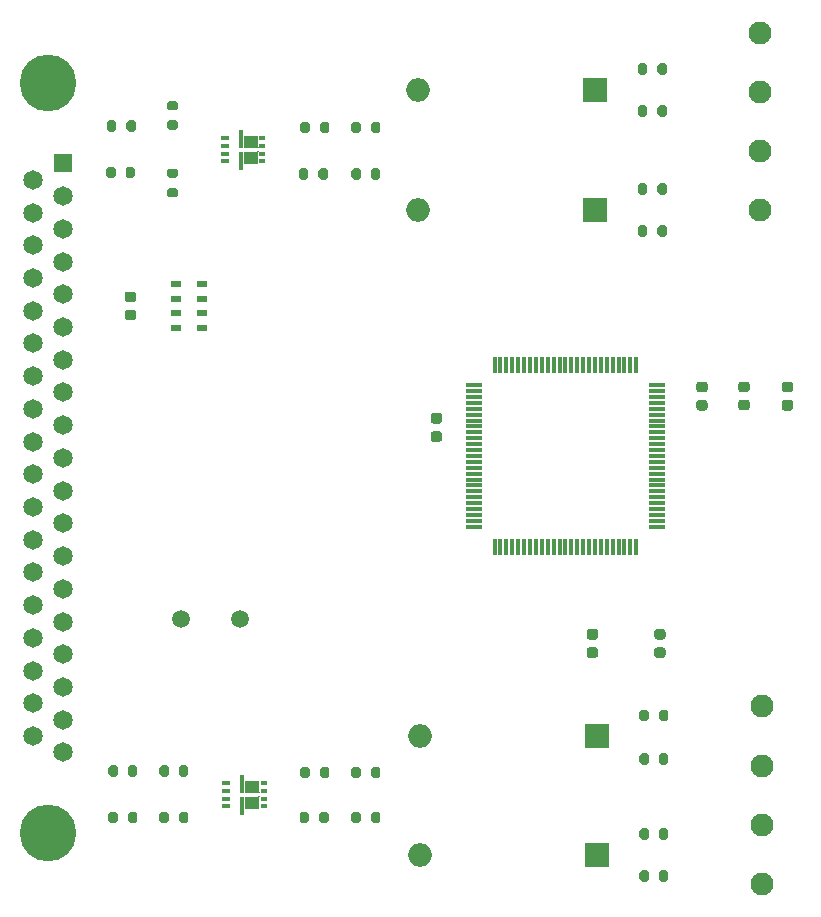
<source format=gbr>
%TF.GenerationSoftware,KiCad,Pcbnew,(5.1.10)-1*%
%TF.CreationDate,2021-11-30T13:01:00-06:00*%
%TF.ProjectId,Charges_KiCAD_Project,43686172-6765-4735-9f4b-694341445f50,rev?*%
%TF.SameCoordinates,Original*%
%TF.FileFunction,Soldermask,Top*%
%TF.FilePolarity,Negative*%
%FSLAX46Y46*%
G04 Gerber Fmt 4.6, Leading zero omitted, Abs format (unit mm)*
G04 Created by KiCad (PCBNEW (5.1.10)-1) date 2021-11-30 13:01:00*
%MOMM*%
%LPD*%
G01*
G04 APERTURE LIST*
%ADD10R,0.950000X0.550000*%
%ADD11R,0.160000X0.065000*%
%ADD12R,1.310000X1.010000*%
%ADD13R,0.430000X1.510000*%
%ADD14R,0.090000X1.130000*%
%ADD15R,0.600000X0.400000*%
%ADD16R,0.760000X0.350000*%
%ADD17C,4.800000*%
%ADD18C,1.650000*%
%ADD19R,1.650000X1.650000*%
%ADD20C,1.950000*%
%ADD21R,0.300000X1.475000*%
%ADD22R,1.475000X0.300000*%
%ADD23C,1.500000*%
%ADD24O,2.000000X2.000000*%
%ADD25R,2.000000X2.000000*%
G04 APERTURE END LIST*
D10*
%TO.C,U1*%
X121598000Y-85060000D03*
X121598000Y-83810000D03*
X121598000Y-82560000D03*
X121598000Y-81310000D03*
X119448000Y-83810000D03*
X119448000Y-82560000D03*
X119448000Y-81310000D03*
X119448000Y-85060000D03*
%TD*%
%TO.C,R24*%
G36*
G01*
X135934000Y-126767000D02*
X135934000Y-126217000D01*
G75*
G02*
X136134000Y-126017000I200000J0D01*
G01*
X136534000Y-126017000D01*
G75*
G02*
X136734000Y-126217000I0J-200000D01*
G01*
X136734000Y-126767000D01*
G75*
G02*
X136534000Y-126967000I-200000J0D01*
G01*
X136134000Y-126967000D01*
G75*
G02*
X135934000Y-126767000I0J200000D01*
G01*
G37*
G36*
G01*
X134284000Y-126767000D02*
X134284000Y-126217000D01*
G75*
G02*
X134484000Y-126017000I200000J0D01*
G01*
X134884000Y-126017000D01*
G75*
G02*
X135084000Y-126217000I0J-200000D01*
G01*
X135084000Y-126767000D01*
G75*
G02*
X134884000Y-126967000I-200000J0D01*
G01*
X134484000Y-126967000D01*
G75*
G02*
X134284000Y-126767000I0J200000D01*
G01*
G37*
%TD*%
%TO.C,R23*%
G36*
G01*
X135934000Y-122957000D02*
X135934000Y-122407000D01*
G75*
G02*
X136134000Y-122207000I200000J0D01*
G01*
X136534000Y-122207000D01*
G75*
G02*
X136734000Y-122407000I0J-200000D01*
G01*
X136734000Y-122957000D01*
G75*
G02*
X136534000Y-123157000I-200000J0D01*
G01*
X136134000Y-123157000D01*
G75*
G02*
X135934000Y-122957000I0J200000D01*
G01*
G37*
G36*
G01*
X134284000Y-122957000D02*
X134284000Y-122407000D01*
G75*
G02*
X134484000Y-122207000I200000J0D01*
G01*
X134884000Y-122207000D01*
G75*
G02*
X135084000Y-122407000I0J-200000D01*
G01*
X135084000Y-122957000D01*
G75*
G02*
X134884000Y-123157000I-200000J0D01*
G01*
X134484000Y-123157000D01*
G75*
G02*
X134284000Y-122957000I0J200000D01*
G01*
G37*
%TD*%
%TO.C,R22*%
G36*
G01*
X135934000Y-72284000D02*
X135934000Y-71734000D01*
G75*
G02*
X136134000Y-71534000I200000J0D01*
G01*
X136534000Y-71534000D01*
G75*
G02*
X136734000Y-71734000I0J-200000D01*
G01*
X136734000Y-72284000D01*
G75*
G02*
X136534000Y-72484000I-200000J0D01*
G01*
X136134000Y-72484000D01*
G75*
G02*
X135934000Y-72284000I0J200000D01*
G01*
G37*
G36*
G01*
X134284000Y-72284000D02*
X134284000Y-71734000D01*
G75*
G02*
X134484000Y-71534000I200000J0D01*
G01*
X134884000Y-71534000D01*
G75*
G02*
X135084000Y-71734000I0J-200000D01*
G01*
X135084000Y-72284000D01*
G75*
G02*
X134884000Y-72484000I-200000J0D01*
G01*
X134484000Y-72484000D01*
G75*
G02*
X134284000Y-72284000I0J200000D01*
G01*
G37*
%TD*%
%TO.C,R21*%
G36*
G01*
X135934000Y-68347000D02*
X135934000Y-67797000D01*
G75*
G02*
X136134000Y-67597000I200000J0D01*
G01*
X136534000Y-67597000D01*
G75*
G02*
X136734000Y-67797000I0J-200000D01*
G01*
X136734000Y-68347000D01*
G75*
G02*
X136534000Y-68547000I-200000J0D01*
G01*
X136134000Y-68547000D01*
G75*
G02*
X135934000Y-68347000I0J200000D01*
G01*
G37*
G36*
G01*
X134284000Y-68347000D02*
X134284000Y-67797000D01*
G75*
G02*
X134484000Y-67597000I200000J0D01*
G01*
X134884000Y-67597000D01*
G75*
G02*
X135084000Y-67797000I0J-200000D01*
G01*
X135084000Y-68347000D01*
G75*
G02*
X134884000Y-68547000I-200000J0D01*
G01*
X134484000Y-68547000D01*
G75*
G02*
X134284000Y-68347000I0J200000D01*
G01*
G37*
%TD*%
%TO.C,R20*%
G36*
G01*
X131553000Y-126767000D02*
X131553000Y-126217000D01*
G75*
G02*
X131753000Y-126017000I200000J0D01*
G01*
X132153000Y-126017000D01*
G75*
G02*
X132353000Y-126217000I0J-200000D01*
G01*
X132353000Y-126767000D01*
G75*
G02*
X132153000Y-126967000I-200000J0D01*
G01*
X131753000Y-126967000D01*
G75*
G02*
X131553000Y-126767000I0J200000D01*
G01*
G37*
G36*
G01*
X129903000Y-126767000D02*
X129903000Y-126217000D01*
G75*
G02*
X130103000Y-126017000I200000J0D01*
G01*
X130503000Y-126017000D01*
G75*
G02*
X130703000Y-126217000I0J-200000D01*
G01*
X130703000Y-126767000D01*
G75*
G02*
X130503000Y-126967000I-200000J0D01*
G01*
X130103000Y-126967000D01*
G75*
G02*
X129903000Y-126767000I0J200000D01*
G01*
G37*
%TD*%
%TO.C,R19*%
G36*
G01*
X131616000Y-122957000D02*
X131616000Y-122407000D01*
G75*
G02*
X131816000Y-122207000I200000J0D01*
G01*
X132216000Y-122207000D01*
G75*
G02*
X132416000Y-122407000I0J-200000D01*
G01*
X132416000Y-122957000D01*
G75*
G02*
X132216000Y-123157000I-200000J0D01*
G01*
X131816000Y-123157000D01*
G75*
G02*
X131616000Y-122957000I0J200000D01*
G01*
G37*
G36*
G01*
X129966000Y-122957000D02*
X129966000Y-122407000D01*
G75*
G02*
X130166000Y-122207000I200000J0D01*
G01*
X130566000Y-122207000D01*
G75*
G02*
X130766000Y-122407000I0J-200000D01*
G01*
X130766000Y-122957000D01*
G75*
G02*
X130566000Y-123157000I-200000J0D01*
G01*
X130166000Y-123157000D01*
G75*
G02*
X129966000Y-122957000I0J200000D01*
G01*
G37*
%TD*%
%TO.C,R18*%
G36*
G01*
X131489000Y-72284000D02*
X131489000Y-71734000D01*
G75*
G02*
X131689000Y-71534000I200000J0D01*
G01*
X132089000Y-71534000D01*
G75*
G02*
X132289000Y-71734000I0J-200000D01*
G01*
X132289000Y-72284000D01*
G75*
G02*
X132089000Y-72484000I-200000J0D01*
G01*
X131689000Y-72484000D01*
G75*
G02*
X131489000Y-72284000I0J200000D01*
G01*
G37*
G36*
G01*
X129839000Y-72284000D02*
X129839000Y-71734000D01*
G75*
G02*
X130039000Y-71534000I200000J0D01*
G01*
X130439000Y-71534000D01*
G75*
G02*
X130639000Y-71734000I0J-200000D01*
G01*
X130639000Y-72284000D01*
G75*
G02*
X130439000Y-72484000I-200000J0D01*
G01*
X130039000Y-72484000D01*
G75*
G02*
X129839000Y-72284000I0J200000D01*
G01*
G37*
%TD*%
%TO.C,R17*%
G36*
G01*
X131616000Y-68347000D02*
X131616000Y-67797000D01*
G75*
G02*
X131816000Y-67597000I200000J0D01*
G01*
X132216000Y-67597000D01*
G75*
G02*
X132416000Y-67797000I0J-200000D01*
G01*
X132416000Y-68347000D01*
G75*
G02*
X132216000Y-68547000I-200000J0D01*
G01*
X131816000Y-68547000D01*
G75*
G02*
X131616000Y-68347000I0J200000D01*
G01*
G37*
G36*
G01*
X129966000Y-68347000D02*
X129966000Y-67797000D01*
G75*
G02*
X130166000Y-67597000I200000J0D01*
G01*
X130566000Y-67597000D01*
G75*
G02*
X130766000Y-67797000I0J-200000D01*
G01*
X130766000Y-68347000D01*
G75*
G02*
X130566000Y-68547000I-200000J0D01*
G01*
X130166000Y-68547000D01*
G75*
G02*
X129966000Y-68347000I0J200000D01*
G01*
G37*
%TD*%
%TO.C,R16*%
G36*
G01*
X159468000Y-131170000D02*
X159468000Y-131720000D01*
G75*
G02*
X159268000Y-131920000I-200000J0D01*
G01*
X158868000Y-131920000D01*
G75*
G02*
X158668000Y-131720000I0J200000D01*
G01*
X158668000Y-131170000D01*
G75*
G02*
X158868000Y-130970000I200000J0D01*
G01*
X159268000Y-130970000D01*
G75*
G02*
X159468000Y-131170000I0J-200000D01*
G01*
G37*
G36*
G01*
X161118000Y-131170000D02*
X161118000Y-131720000D01*
G75*
G02*
X160918000Y-131920000I-200000J0D01*
G01*
X160518000Y-131920000D01*
G75*
G02*
X160318000Y-131720000I0J200000D01*
G01*
X160318000Y-131170000D01*
G75*
G02*
X160518000Y-130970000I200000J0D01*
G01*
X160918000Y-130970000D01*
G75*
G02*
X161118000Y-131170000I0J-200000D01*
G01*
G37*
%TD*%
%TO.C,R15*%
G36*
G01*
X159468000Y-117581000D02*
X159468000Y-118131000D01*
G75*
G02*
X159268000Y-118331000I-200000J0D01*
G01*
X158868000Y-118331000D01*
G75*
G02*
X158668000Y-118131000I0J200000D01*
G01*
X158668000Y-117581000D01*
G75*
G02*
X158868000Y-117381000I200000J0D01*
G01*
X159268000Y-117381000D01*
G75*
G02*
X159468000Y-117581000I0J-200000D01*
G01*
G37*
G36*
G01*
X161118000Y-117581000D02*
X161118000Y-118131000D01*
G75*
G02*
X160918000Y-118331000I-200000J0D01*
G01*
X160518000Y-118331000D01*
G75*
G02*
X160318000Y-118131000I0J200000D01*
G01*
X160318000Y-117581000D01*
G75*
G02*
X160518000Y-117381000I200000J0D01*
G01*
X160918000Y-117381000D01*
G75*
G02*
X161118000Y-117581000I0J-200000D01*
G01*
G37*
%TD*%
%TO.C,R14*%
G36*
G01*
X159468000Y-127614000D02*
X159468000Y-128164000D01*
G75*
G02*
X159268000Y-128364000I-200000J0D01*
G01*
X158868000Y-128364000D01*
G75*
G02*
X158668000Y-128164000I0J200000D01*
G01*
X158668000Y-127614000D01*
G75*
G02*
X158868000Y-127414000I200000J0D01*
G01*
X159268000Y-127414000D01*
G75*
G02*
X159468000Y-127614000I0J-200000D01*
G01*
G37*
G36*
G01*
X161118000Y-127614000D02*
X161118000Y-128164000D01*
G75*
G02*
X160918000Y-128364000I-200000J0D01*
G01*
X160518000Y-128364000D01*
G75*
G02*
X160318000Y-128164000I0J200000D01*
G01*
X160318000Y-127614000D01*
G75*
G02*
X160518000Y-127414000I200000J0D01*
G01*
X160918000Y-127414000D01*
G75*
G02*
X161118000Y-127614000I0J-200000D01*
G01*
G37*
%TD*%
%TO.C,R13*%
G36*
G01*
X160318000Y-121814000D02*
X160318000Y-121264000D01*
G75*
G02*
X160518000Y-121064000I200000J0D01*
G01*
X160918000Y-121064000D01*
G75*
G02*
X161118000Y-121264000I0J-200000D01*
G01*
X161118000Y-121814000D01*
G75*
G02*
X160918000Y-122014000I-200000J0D01*
G01*
X160518000Y-122014000D01*
G75*
G02*
X160318000Y-121814000I0J200000D01*
G01*
G37*
G36*
G01*
X158668000Y-121814000D02*
X158668000Y-121264000D01*
G75*
G02*
X158868000Y-121064000I200000J0D01*
G01*
X159268000Y-121064000D01*
G75*
G02*
X159468000Y-121264000I0J-200000D01*
G01*
X159468000Y-121814000D01*
G75*
G02*
X159268000Y-122014000I-200000J0D01*
G01*
X158868000Y-122014000D01*
G75*
G02*
X158668000Y-121814000I0J200000D01*
G01*
G37*
%TD*%
%TO.C,R12*%
G36*
G01*
X159341000Y-76560000D02*
X159341000Y-77110000D01*
G75*
G02*
X159141000Y-77310000I-200000J0D01*
G01*
X158741000Y-77310000D01*
G75*
G02*
X158541000Y-77110000I0J200000D01*
G01*
X158541000Y-76560000D01*
G75*
G02*
X158741000Y-76360000I200000J0D01*
G01*
X159141000Y-76360000D01*
G75*
G02*
X159341000Y-76560000I0J-200000D01*
G01*
G37*
G36*
G01*
X160991000Y-76560000D02*
X160991000Y-77110000D01*
G75*
G02*
X160791000Y-77310000I-200000J0D01*
G01*
X160391000Y-77310000D01*
G75*
G02*
X160191000Y-77110000I0J200000D01*
G01*
X160191000Y-76560000D01*
G75*
G02*
X160391000Y-76360000I200000J0D01*
G01*
X160791000Y-76360000D01*
G75*
G02*
X160991000Y-76560000I0J-200000D01*
G01*
G37*
%TD*%
%TO.C,R11*%
G36*
G01*
X159341000Y-62844000D02*
X159341000Y-63394000D01*
G75*
G02*
X159141000Y-63594000I-200000J0D01*
G01*
X158741000Y-63594000D01*
G75*
G02*
X158541000Y-63394000I0J200000D01*
G01*
X158541000Y-62844000D01*
G75*
G02*
X158741000Y-62644000I200000J0D01*
G01*
X159141000Y-62644000D01*
G75*
G02*
X159341000Y-62844000I0J-200000D01*
G01*
G37*
G36*
G01*
X160991000Y-62844000D02*
X160991000Y-63394000D01*
G75*
G02*
X160791000Y-63594000I-200000J0D01*
G01*
X160391000Y-63594000D01*
G75*
G02*
X160191000Y-63394000I0J200000D01*
G01*
X160191000Y-62844000D01*
G75*
G02*
X160391000Y-62644000I200000J0D01*
G01*
X160791000Y-62644000D01*
G75*
G02*
X160991000Y-62844000I0J-200000D01*
G01*
G37*
%TD*%
%TO.C,R10*%
G36*
G01*
X119678000Y-126767000D02*
X119678000Y-126217000D01*
G75*
G02*
X119878000Y-126017000I200000J0D01*
G01*
X120278000Y-126017000D01*
G75*
G02*
X120478000Y-126217000I0J-200000D01*
G01*
X120478000Y-126767000D01*
G75*
G02*
X120278000Y-126967000I-200000J0D01*
G01*
X119878000Y-126967000D01*
G75*
G02*
X119678000Y-126767000I0J200000D01*
G01*
G37*
G36*
G01*
X118028000Y-126767000D02*
X118028000Y-126217000D01*
G75*
G02*
X118228000Y-126017000I200000J0D01*
G01*
X118628000Y-126017000D01*
G75*
G02*
X118828000Y-126217000I0J-200000D01*
G01*
X118828000Y-126767000D01*
G75*
G02*
X118628000Y-126967000I-200000J0D01*
G01*
X118228000Y-126967000D01*
G75*
G02*
X118028000Y-126767000I0J200000D01*
G01*
G37*
%TD*%
%TO.C,R9*%
G36*
G01*
X119678000Y-122830000D02*
X119678000Y-122280000D01*
G75*
G02*
X119878000Y-122080000I200000J0D01*
G01*
X120278000Y-122080000D01*
G75*
G02*
X120478000Y-122280000I0J-200000D01*
G01*
X120478000Y-122830000D01*
G75*
G02*
X120278000Y-123030000I-200000J0D01*
G01*
X119878000Y-123030000D01*
G75*
G02*
X119678000Y-122830000I0J200000D01*
G01*
G37*
G36*
G01*
X118028000Y-122830000D02*
X118028000Y-122280000D01*
G75*
G02*
X118228000Y-122080000I200000J0D01*
G01*
X118628000Y-122080000D01*
G75*
G02*
X118828000Y-122280000I0J-200000D01*
G01*
X118828000Y-122830000D01*
G75*
G02*
X118628000Y-123030000I-200000J0D01*
G01*
X118228000Y-123030000D01*
G75*
G02*
X118028000Y-122830000I0J200000D01*
G01*
G37*
%TD*%
%TO.C,R8*%
G36*
G01*
X118851000Y-73196000D02*
X119401000Y-73196000D01*
G75*
G02*
X119601000Y-73396000I0J-200000D01*
G01*
X119601000Y-73796000D01*
G75*
G02*
X119401000Y-73996000I-200000J0D01*
G01*
X118851000Y-73996000D01*
G75*
G02*
X118651000Y-73796000I0J200000D01*
G01*
X118651000Y-73396000D01*
G75*
G02*
X118851000Y-73196000I200000J0D01*
G01*
G37*
G36*
G01*
X118851000Y-71546000D02*
X119401000Y-71546000D01*
G75*
G02*
X119601000Y-71746000I0J-200000D01*
G01*
X119601000Y-72146000D01*
G75*
G02*
X119401000Y-72346000I-200000J0D01*
G01*
X118851000Y-72346000D01*
G75*
G02*
X118651000Y-72146000I0J200000D01*
G01*
X118651000Y-71746000D01*
G75*
G02*
X118851000Y-71546000I200000J0D01*
G01*
G37*
%TD*%
%TO.C,R7*%
G36*
G01*
X119401000Y-66631000D02*
X118851000Y-66631000D01*
G75*
G02*
X118651000Y-66431000I0J200000D01*
G01*
X118651000Y-66031000D01*
G75*
G02*
X118851000Y-65831000I200000J0D01*
G01*
X119401000Y-65831000D01*
G75*
G02*
X119601000Y-66031000I0J-200000D01*
G01*
X119601000Y-66431000D01*
G75*
G02*
X119401000Y-66631000I-200000J0D01*
G01*
G37*
G36*
G01*
X119401000Y-68281000D02*
X118851000Y-68281000D01*
G75*
G02*
X118651000Y-68081000I0J200000D01*
G01*
X118651000Y-67681000D01*
G75*
G02*
X118851000Y-67481000I200000J0D01*
G01*
X119401000Y-67481000D01*
G75*
G02*
X119601000Y-67681000I0J-200000D01*
G01*
X119601000Y-68081000D01*
G75*
G02*
X119401000Y-68281000I-200000J0D01*
G01*
G37*
%TD*%
%TO.C,R6*%
G36*
G01*
X115360000Y-126767000D02*
X115360000Y-126217000D01*
G75*
G02*
X115560000Y-126017000I200000J0D01*
G01*
X115960000Y-126017000D01*
G75*
G02*
X116160000Y-126217000I0J-200000D01*
G01*
X116160000Y-126767000D01*
G75*
G02*
X115960000Y-126967000I-200000J0D01*
G01*
X115560000Y-126967000D01*
G75*
G02*
X115360000Y-126767000I0J200000D01*
G01*
G37*
G36*
G01*
X113710000Y-126767000D02*
X113710000Y-126217000D01*
G75*
G02*
X113910000Y-126017000I200000J0D01*
G01*
X114310000Y-126017000D01*
G75*
G02*
X114510000Y-126217000I0J-200000D01*
G01*
X114510000Y-126767000D01*
G75*
G02*
X114310000Y-126967000I-200000J0D01*
G01*
X113910000Y-126967000D01*
G75*
G02*
X113710000Y-126767000I0J200000D01*
G01*
G37*
%TD*%
%TO.C,R5*%
G36*
G01*
X115360000Y-122830000D02*
X115360000Y-122280000D01*
G75*
G02*
X115560000Y-122080000I200000J0D01*
G01*
X115960000Y-122080000D01*
G75*
G02*
X116160000Y-122280000I0J-200000D01*
G01*
X116160000Y-122830000D01*
G75*
G02*
X115960000Y-123030000I-200000J0D01*
G01*
X115560000Y-123030000D01*
G75*
G02*
X115360000Y-122830000I0J200000D01*
G01*
G37*
G36*
G01*
X113710000Y-122830000D02*
X113710000Y-122280000D01*
G75*
G02*
X113910000Y-122080000I200000J0D01*
G01*
X114310000Y-122080000D01*
G75*
G02*
X114510000Y-122280000I0J-200000D01*
G01*
X114510000Y-122830000D01*
G75*
G02*
X114310000Y-123030000I-200000J0D01*
G01*
X113910000Y-123030000D01*
G75*
G02*
X113710000Y-122830000I0J200000D01*
G01*
G37*
%TD*%
%TO.C,R4*%
G36*
G01*
X115170000Y-72157000D02*
X115170000Y-71607000D01*
G75*
G02*
X115370000Y-71407000I200000J0D01*
G01*
X115770000Y-71407000D01*
G75*
G02*
X115970000Y-71607000I0J-200000D01*
G01*
X115970000Y-72157000D01*
G75*
G02*
X115770000Y-72357000I-200000J0D01*
G01*
X115370000Y-72357000D01*
G75*
G02*
X115170000Y-72157000I0J200000D01*
G01*
G37*
G36*
G01*
X113520000Y-72157000D02*
X113520000Y-71607000D01*
G75*
G02*
X113720000Y-71407000I200000J0D01*
G01*
X114120000Y-71407000D01*
G75*
G02*
X114320000Y-71607000I0J-200000D01*
G01*
X114320000Y-72157000D01*
G75*
G02*
X114120000Y-72357000I-200000J0D01*
G01*
X113720000Y-72357000D01*
G75*
G02*
X113520000Y-72157000I0J200000D01*
G01*
G37*
%TD*%
%TO.C,R3*%
G36*
G01*
X113583000Y-68220000D02*
X113583000Y-67670000D01*
G75*
G02*
X113783000Y-67470000I200000J0D01*
G01*
X114183000Y-67470000D01*
G75*
G02*
X114383000Y-67670000I0J-200000D01*
G01*
X114383000Y-68220000D01*
G75*
G02*
X114183000Y-68420000I-200000J0D01*
G01*
X113783000Y-68420000D01*
G75*
G02*
X113583000Y-68220000I0J200000D01*
G01*
G37*
G36*
G01*
X115233000Y-68220000D02*
X115233000Y-67670000D01*
G75*
G02*
X115433000Y-67470000I200000J0D01*
G01*
X115833000Y-67470000D01*
G75*
G02*
X116033000Y-67670000I0J-200000D01*
G01*
X116033000Y-68220000D01*
G75*
G02*
X115833000Y-68420000I-200000J0D01*
G01*
X115433000Y-68420000D01*
G75*
G02*
X115233000Y-68220000I0J200000D01*
G01*
G37*
%TD*%
%TO.C,R2*%
G36*
G01*
X159341000Y-73004000D02*
X159341000Y-73554000D01*
G75*
G02*
X159141000Y-73754000I-200000J0D01*
G01*
X158741000Y-73754000D01*
G75*
G02*
X158541000Y-73554000I0J200000D01*
G01*
X158541000Y-73004000D01*
G75*
G02*
X158741000Y-72804000I200000J0D01*
G01*
X159141000Y-72804000D01*
G75*
G02*
X159341000Y-73004000I0J-200000D01*
G01*
G37*
G36*
G01*
X160991000Y-73004000D02*
X160991000Y-73554000D01*
G75*
G02*
X160791000Y-73754000I-200000J0D01*
G01*
X160391000Y-73754000D01*
G75*
G02*
X160191000Y-73554000I0J200000D01*
G01*
X160191000Y-73004000D01*
G75*
G02*
X160391000Y-72804000I200000J0D01*
G01*
X160791000Y-72804000D01*
G75*
G02*
X160991000Y-73004000I0J-200000D01*
G01*
G37*
%TD*%
%TO.C,R1*%
G36*
G01*
X160191000Y-66950000D02*
X160191000Y-66400000D01*
G75*
G02*
X160391000Y-66200000I200000J0D01*
G01*
X160791000Y-66200000D01*
G75*
G02*
X160991000Y-66400000I0J-200000D01*
G01*
X160991000Y-66950000D01*
G75*
G02*
X160791000Y-67150000I-200000J0D01*
G01*
X160391000Y-67150000D01*
G75*
G02*
X160191000Y-66950000I0J200000D01*
G01*
G37*
G36*
G01*
X158541000Y-66950000D02*
X158541000Y-66400000D01*
G75*
G02*
X158741000Y-66200000I200000J0D01*
G01*
X159141000Y-66200000D01*
G75*
G02*
X159341000Y-66400000I0J-200000D01*
G01*
X159341000Y-66950000D01*
G75*
G02*
X159141000Y-67150000I-200000J0D01*
G01*
X158741000Y-67150000D01*
G75*
G02*
X158541000Y-66950000I0J200000D01*
G01*
G37*
%TD*%
D11*
%TO.C,Q2*%
X126472000Y-124745000D03*
X126472000Y-124429000D03*
D12*
X125897000Y-125282000D03*
D13*
X125027000Y-125532000D03*
D14*
X124767000Y-125342000D03*
X124767000Y-123832000D03*
D13*
X125027000Y-123642000D03*
D12*
X125897000Y-123892000D03*
D15*
X126852000Y-123612000D03*
X126852000Y-124262000D03*
X126852000Y-124912000D03*
X126852000Y-125562000D03*
D16*
X123672000Y-125562000D03*
X123672000Y-124912000D03*
X123672000Y-124262000D03*
X123672000Y-123612000D03*
%TD*%
D11*
%TO.C,Q1*%
X126345000Y-70135000D03*
X126345000Y-69819000D03*
D12*
X125770000Y-70672000D03*
D13*
X124900000Y-70922000D03*
D14*
X124640000Y-70732000D03*
X124640000Y-69222000D03*
D13*
X124900000Y-69032000D03*
D12*
X125770000Y-69282000D03*
D15*
X126725000Y-69002000D03*
X126725000Y-69652000D03*
X126725000Y-70302000D03*
X126725000Y-70952000D03*
D16*
X123545000Y-70952000D03*
X123545000Y-70302000D03*
X123545000Y-69652000D03*
X123545000Y-69002000D03*
%TD*%
D17*
%TO.C,J3*%
X108585000Y-127800000D03*
X108585000Y-64300000D03*
D18*
X107315000Y-119595000D03*
X107315000Y-116825000D03*
X107315000Y-114055000D03*
X107315000Y-111285000D03*
X107315000Y-108515000D03*
X107315000Y-105745000D03*
X107315000Y-102975000D03*
X107315000Y-100205000D03*
X107315000Y-97435000D03*
X107315000Y-94665000D03*
X107315000Y-91895000D03*
X107315000Y-89125000D03*
X107315000Y-86355000D03*
X107315000Y-83585000D03*
X107315000Y-80815000D03*
X107315000Y-78045000D03*
X107315000Y-75275000D03*
X107315000Y-72505000D03*
X109855000Y-120980000D03*
X109855000Y-118210000D03*
X109855000Y-115440000D03*
X109855000Y-112670000D03*
X109855000Y-109900000D03*
X109855000Y-107130000D03*
X109855000Y-104360000D03*
X109855000Y-101590000D03*
X109855000Y-98820000D03*
X109855000Y-96050000D03*
X109855000Y-93280000D03*
X109855000Y-90510000D03*
X109855000Y-87740000D03*
X109855000Y-84970000D03*
X109855000Y-82200000D03*
X109855000Y-79430000D03*
X109855000Y-76660000D03*
X109855000Y-73890000D03*
D19*
X109855000Y-71120000D03*
%TD*%
D20*
%TO.C,J2*%
X169037000Y-132094000D03*
X169037000Y-127094000D03*
X169037000Y-122094000D03*
X169037000Y-117094000D03*
%TD*%
%TO.C,J1*%
X168910000Y-75071000D03*
X168910000Y-70071000D03*
X168910000Y-65071000D03*
X168910000Y-60071000D03*
%TD*%
D21*
%TO.C,IC2*%
X146400000Y-88147000D03*
X146900000Y-88147000D03*
X147400000Y-88147000D03*
X147900000Y-88147000D03*
X148400000Y-88147000D03*
X148900000Y-88147000D03*
X149400000Y-88147000D03*
X149900000Y-88147000D03*
X150400000Y-88147000D03*
X150900000Y-88147000D03*
X151400000Y-88147000D03*
X151900000Y-88147000D03*
X152400000Y-88147000D03*
X152900000Y-88147000D03*
X153400000Y-88147000D03*
X153900000Y-88147000D03*
X154400000Y-88147000D03*
X154900000Y-88147000D03*
X155400000Y-88147000D03*
X155900000Y-88147000D03*
X156400000Y-88147000D03*
X156900000Y-88147000D03*
X157400000Y-88147000D03*
X157900000Y-88147000D03*
X158400000Y-88147000D03*
D22*
X160138000Y-89885000D03*
X160138000Y-90385000D03*
X160138000Y-90885000D03*
X160138000Y-91385000D03*
X160138000Y-91885000D03*
X160138000Y-92385000D03*
X160138000Y-92885000D03*
X160138000Y-93385000D03*
X160138000Y-93885000D03*
X160138000Y-94385000D03*
X160138000Y-94885000D03*
X160138000Y-95385000D03*
X160138000Y-95885000D03*
X160138000Y-96385000D03*
X160138000Y-96885000D03*
X160138000Y-97385000D03*
X160138000Y-97885000D03*
X160138000Y-98385000D03*
X160138000Y-98885000D03*
X160138000Y-99385000D03*
X160138000Y-99885000D03*
X160138000Y-100385000D03*
X160138000Y-100885000D03*
X160138000Y-101385000D03*
X160138000Y-101885000D03*
D21*
X158400000Y-103623000D03*
X157900000Y-103623000D03*
X157400000Y-103623000D03*
X156900000Y-103623000D03*
X156400000Y-103623000D03*
X155900000Y-103623000D03*
X155400000Y-103623000D03*
X154900000Y-103623000D03*
X154400000Y-103623000D03*
X153900000Y-103623000D03*
X153400000Y-103623000D03*
X152900000Y-103623000D03*
X152400000Y-103623000D03*
X151900000Y-103623000D03*
X151400000Y-103623000D03*
X150900000Y-103623000D03*
X150400000Y-103623000D03*
X149900000Y-103623000D03*
X149400000Y-103623000D03*
X148900000Y-103623000D03*
X148400000Y-103623000D03*
X147900000Y-103623000D03*
X147400000Y-103623000D03*
X146900000Y-103623000D03*
X146400000Y-103623000D03*
D22*
X144662000Y-101885000D03*
X144662000Y-101385000D03*
X144662000Y-100885000D03*
X144662000Y-100385000D03*
X144662000Y-99885000D03*
X144662000Y-99385000D03*
X144662000Y-98885000D03*
X144662000Y-98385000D03*
X144662000Y-97885000D03*
X144662000Y-97385000D03*
X144662000Y-96885000D03*
X144662000Y-96385000D03*
X144662000Y-95885000D03*
X144662000Y-95385000D03*
X144662000Y-94885000D03*
X144662000Y-94385000D03*
X144662000Y-93885000D03*
X144662000Y-93385000D03*
X144662000Y-92885000D03*
X144662000Y-92385000D03*
X144662000Y-91885000D03*
X144662000Y-91385000D03*
X144662000Y-90885000D03*
X144662000Y-90385000D03*
X144662000Y-89885000D03*
%TD*%
D23*
%TO.C,IC1*%
X119841000Y-109728000D03*
X124841000Y-109728000D03*
%TD*%
%TO.C,C11*%
G36*
G01*
X160651000Y-111435000D02*
X160151000Y-111435000D01*
G75*
G02*
X159926000Y-111210000I0J225000D01*
G01*
X159926000Y-110760000D01*
G75*
G02*
X160151000Y-110535000I225000J0D01*
G01*
X160651000Y-110535000D01*
G75*
G02*
X160876000Y-110760000I0J-225000D01*
G01*
X160876000Y-111210000D01*
G75*
G02*
X160651000Y-111435000I-225000J0D01*
G01*
G37*
G36*
G01*
X160651000Y-112985000D02*
X160151000Y-112985000D01*
G75*
G02*
X159926000Y-112760000I0J225000D01*
G01*
X159926000Y-112310000D01*
G75*
G02*
X160151000Y-112085000I225000J0D01*
G01*
X160651000Y-112085000D01*
G75*
G02*
X160876000Y-112310000I0J-225000D01*
G01*
X160876000Y-112760000D01*
G75*
G02*
X160651000Y-112985000I-225000J0D01*
G01*
G37*
%TD*%
%TO.C,C10*%
G36*
G01*
X154936000Y-111435000D02*
X154436000Y-111435000D01*
G75*
G02*
X154211000Y-111210000I0J225000D01*
G01*
X154211000Y-110760000D01*
G75*
G02*
X154436000Y-110535000I225000J0D01*
G01*
X154936000Y-110535000D01*
G75*
G02*
X155161000Y-110760000I0J-225000D01*
G01*
X155161000Y-111210000D01*
G75*
G02*
X154936000Y-111435000I-225000J0D01*
G01*
G37*
G36*
G01*
X154936000Y-112985000D02*
X154436000Y-112985000D01*
G75*
G02*
X154211000Y-112760000I0J225000D01*
G01*
X154211000Y-112310000D01*
G75*
G02*
X154436000Y-112085000I225000J0D01*
G01*
X154936000Y-112085000D01*
G75*
G02*
X155161000Y-112310000I0J-225000D01*
G01*
X155161000Y-112760000D01*
G75*
G02*
X154936000Y-112985000I-225000J0D01*
G01*
G37*
%TD*%
%TO.C,C9*%
G36*
G01*
X171446000Y-90493000D02*
X170946000Y-90493000D01*
G75*
G02*
X170721000Y-90268000I0J225000D01*
G01*
X170721000Y-89818000D01*
G75*
G02*
X170946000Y-89593000I225000J0D01*
G01*
X171446000Y-89593000D01*
G75*
G02*
X171671000Y-89818000I0J-225000D01*
G01*
X171671000Y-90268000D01*
G75*
G02*
X171446000Y-90493000I-225000J0D01*
G01*
G37*
G36*
G01*
X171446000Y-92043000D02*
X170946000Y-92043000D01*
G75*
G02*
X170721000Y-91818000I0J225000D01*
G01*
X170721000Y-91368000D01*
G75*
G02*
X170946000Y-91143000I225000J0D01*
G01*
X171446000Y-91143000D01*
G75*
G02*
X171671000Y-91368000I0J-225000D01*
G01*
X171671000Y-91818000D01*
G75*
G02*
X171446000Y-92043000I-225000J0D01*
G01*
G37*
%TD*%
%TO.C,C8*%
G36*
G01*
X167763000Y-90480000D02*
X167263000Y-90480000D01*
G75*
G02*
X167038000Y-90255000I0J225000D01*
G01*
X167038000Y-89805000D01*
G75*
G02*
X167263000Y-89580000I225000J0D01*
G01*
X167763000Y-89580000D01*
G75*
G02*
X167988000Y-89805000I0J-225000D01*
G01*
X167988000Y-90255000D01*
G75*
G02*
X167763000Y-90480000I-225000J0D01*
G01*
G37*
G36*
G01*
X167763000Y-92030000D02*
X167263000Y-92030000D01*
G75*
G02*
X167038000Y-91805000I0J225000D01*
G01*
X167038000Y-91355000D01*
G75*
G02*
X167263000Y-91130000I225000J0D01*
G01*
X167763000Y-91130000D01*
G75*
G02*
X167988000Y-91355000I0J-225000D01*
G01*
X167988000Y-91805000D01*
G75*
G02*
X167763000Y-92030000I-225000J0D01*
G01*
G37*
%TD*%
%TO.C,C7*%
G36*
G01*
X164207000Y-90493000D02*
X163707000Y-90493000D01*
G75*
G02*
X163482000Y-90268000I0J225000D01*
G01*
X163482000Y-89818000D01*
G75*
G02*
X163707000Y-89593000I225000J0D01*
G01*
X164207000Y-89593000D01*
G75*
G02*
X164432000Y-89818000I0J-225000D01*
G01*
X164432000Y-90268000D01*
G75*
G02*
X164207000Y-90493000I-225000J0D01*
G01*
G37*
G36*
G01*
X164207000Y-92043000D02*
X163707000Y-92043000D01*
G75*
G02*
X163482000Y-91818000I0J225000D01*
G01*
X163482000Y-91368000D01*
G75*
G02*
X163707000Y-91143000I225000J0D01*
G01*
X164207000Y-91143000D01*
G75*
G02*
X164432000Y-91368000I0J-225000D01*
G01*
X164432000Y-91818000D01*
G75*
G02*
X164207000Y-92043000I-225000J0D01*
G01*
G37*
%TD*%
%TO.C,C6*%
G36*
G01*
X115820000Y-82860000D02*
X115320000Y-82860000D01*
G75*
G02*
X115095000Y-82635000I0J225000D01*
G01*
X115095000Y-82185000D01*
G75*
G02*
X115320000Y-81960000I225000J0D01*
G01*
X115820000Y-81960000D01*
G75*
G02*
X116045000Y-82185000I0J-225000D01*
G01*
X116045000Y-82635000D01*
G75*
G02*
X115820000Y-82860000I-225000J0D01*
G01*
G37*
G36*
G01*
X115820000Y-84410000D02*
X115320000Y-84410000D01*
G75*
G02*
X115095000Y-84185000I0J225000D01*
G01*
X115095000Y-83735000D01*
G75*
G02*
X115320000Y-83510000I225000J0D01*
G01*
X115820000Y-83510000D01*
G75*
G02*
X116045000Y-83735000I0J-225000D01*
G01*
X116045000Y-84185000D01*
G75*
G02*
X115820000Y-84410000I-225000J0D01*
G01*
G37*
%TD*%
%TO.C,C5*%
G36*
G01*
X141728000Y-93147000D02*
X141228000Y-93147000D01*
G75*
G02*
X141003000Y-92922000I0J225000D01*
G01*
X141003000Y-92472000D01*
G75*
G02*
X141228000Y-92247000I225000J0D01*
G01*
X141728000Y-92247000D01*
G75*
G02*
X141953000Y-92472000I0J-225000D01*
G01*
X141953000Y-92922000D01*
G75*
G02*
X141728000Y-93147000I-225000J0D01*
G01*
G37*
G36*
G01*
X141728000Y-94697000D02*
X141228000Y-94697000D01*
G75*
G02*
X141003000Y-94472000I0J225000D01*
G01*
X141003000Y-94022000D01*
G75*
G02*
X141228000Y-93797000I225000J0D01*
G01*
X141728000Y-93797000D01*
G75*
G02*
X141953000Y-94022000I0J-225000D01*
G01*
X141953000Y-94472000D01*
G75*
G02*
X141728000Y-94697000I-225000J0D01*
G01*
G37*
%TD*%
D24*
%TO.C,C4*%
X140067000Y-129667000D03*
D25*
X155067000Y-129667000D03*
%TD*%
D24*
%TO.C,C3*%
X140067000Y-119634000D03*
D25*
X155067000Y-119634000D03*
%TD*%
D24*
%TO.C,C2*%
X139940000Y-75057000D03*
D25*
X154940000Y-75057000D03*
%TD*%
D24*
%TO.C,C1*%
X139940000Y-64897000D03*
D25*
X154940000Y-64897000D03*
%TD*%
M02*

</source>
